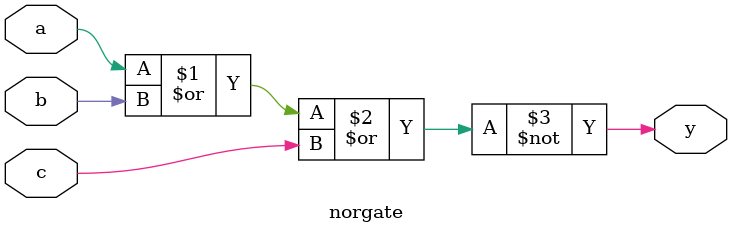
<source format=v>
/* A simple NOR gate
File: nor_gate.v */
module norgate (a, b, c, y);
input a, b, c;
output y;
assign y = ~(a | b | c);
endmodule
</source>
